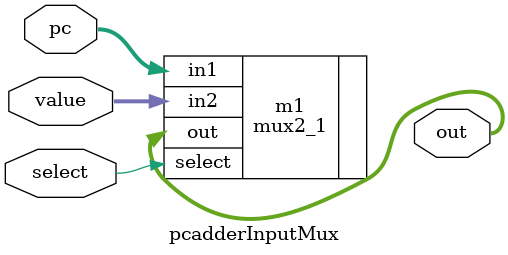
<source format=sv>
`include "../../Mux2_1/mux2_1.sv";

module pcadderInputMux(
    input logic [31:0] pc,
    input logic [31:0] value,
    input logic select,
    output logic [31:0] out
);

    mux2_1 m1(
        .in1(pc),
        .in2(value),
        .select(select),
        .out(out)
    );

endmodule
</source>
